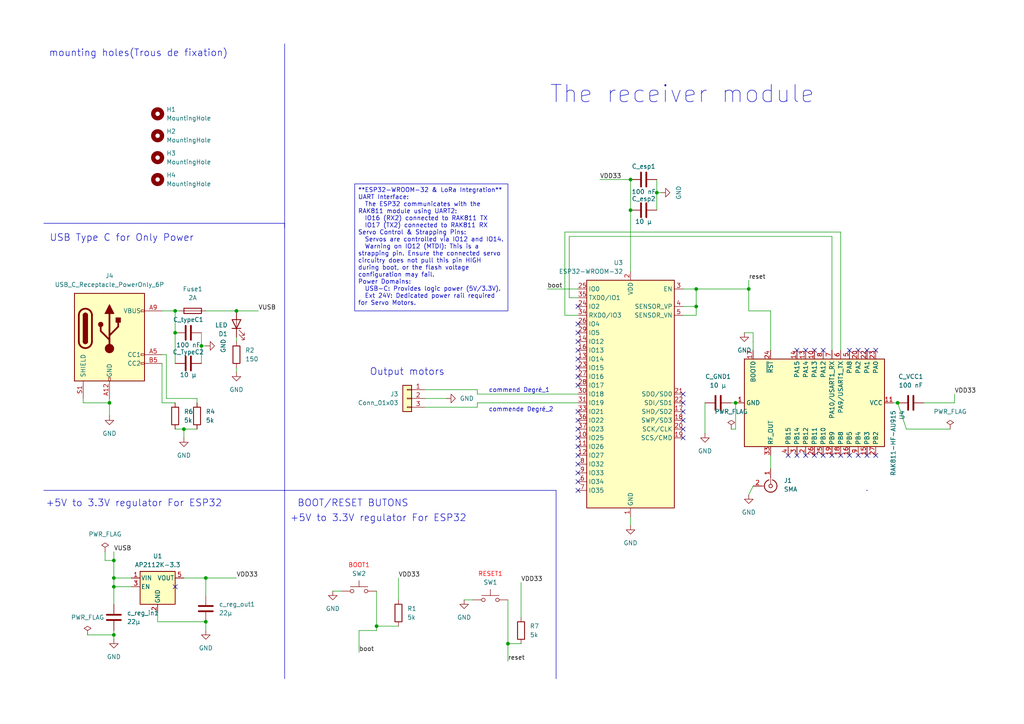
<source format=kicad_sch>
(kicad_sch (version 20250114) (generator "eeschema") (generator_version "9.0")
  (paper "A4")
  (lib_symbols
    (symbol "Connector:Conn_Coaxial" (pin_names (offset 1.016) (hide yes))
      (property "Reference" "J" (at 0.254 3.048 0))
      (property "Value" "Conn_Coaxial" (at 2.921 0 90))
      (symbol "Conn_Coaxial_0_1"
        (polyline (pts (xy -2.54 0) (xy -0.508 0)))
        (arc (start 1.778 0) (mid 0.222 -1.8079) (end -1.778 -0.508) (stroke (width 0.254)))
        (arc (start -1.778 0.508) (mid 0.2221 1.8084) (end 1.778 0) (stroke (width 0.254)))
        (circle (center 0 0) (radius 0.508) (stroke (width 0.2032)))
        (polyline (pts (xy 0 -2.54) (xy 0 -1.778)))
      )
      (symbol "Conn_Coaxial_1_1"
        (pin passive line (at -5.08 0 0) (length 2.54) (name "In") (number "1"))
        (pin passive line (at 0 -5.08 90) (length 2.54) (name "Ext") (number "2"))
      )
    )
    (symbol "Connector:USB_C_Receptacle_PowerOnly_6P" (pin_names (offset 1.016))
      (property "Reference" "J" (at 0 16.51 0))
      (property "Value" "USB_C_Receptacle_PowerOnly_6P" (at 0 13.97 0))
      (symbol "USB_C_Receptacle_PowerOnly_6P_0_0"
        (rectangle (start -0.254 -12.7) (end 0.254 -11.684))
        (rectangle (start 10.16 7.874) (end 9.144 7.366))
        (rectangle (start 10.16 -4.826) (end 9.144 -5.334))
        (rectangle (start 10.16 -7.366) (end 9.144 -7.874))
      )
      (symbol "USB_C_Receptacle_PowerOnly_6P_0_1"
        (rectangle (start -10.16 12.7) (end 10.16 -12.7) (stroke (width 0.254)) (fill (type background)))
        (polyline (pts (xy -8.89 -1.27) (xy -8.89 6.35)) (stroke (width 0.508)))
        (rectangle (start -7.62 -1.27) (end -6.35 6.35) (stroke (width 0.254)) (fill (type outline)))
        (arc (start -7.62 6.35) (mid -6.985 6.9823) (end -6.35 6.35) (stroke (width 0.254)))
        (arc (start -7.62 6.35) (mid -6.985 6.9823) (end -6.35 6.35) (stroke (width 0.254)) (fill (type outline)))
        (arc (start -8.89 6.35) (mid -6.985 8.2467) (end -5.08 6.35) (stroke (width 0.508)))
        (arc (start -5.08 -1.27) (mid -6.985 -3.1667) (end -8.89 -1.27) (stroke (width 0.508)))
        (arc (start -6.35 -1.27) (mid -6.985 -1.9023) (end -7.62 -1.27) (stroke (width 0.254)))
        (arc (start -6.35 -1.27) (mid -6.985 -1.9023) (end -7.62 -1.27) (stroke (width 0.254)) (fill (type outline)))
        (polyline (pts (xy -5.08 6.35) (xy -5.08 -1.27)) (stroke (width 0.508)))
        (circle (center -2.54 3.683) (radius 0.635) (stroke (width 0.254)) (fill (type outline)))
        (polyline (pts (xy -1.27 6.858) (xy 0 9.398) (xy 1.27 6.858) (xy -1.27 6.858)) (stroke (width 0.254)) (fill (type outline)))
        (polyline (pts (xy 0 0.508) (xy 2.54 3.048) (xy 2.54 4.318)) (stroke (width 0.508)))
        (polyline (pts (xy 0 -0.762) (xy -2.54 1.778) (xy -2.54 3.048)) (stroke (width 0.508)))
        (polyline (pts (xy 0 -3.302) (xy 0 6.858)) (stroke (width 0.508)))
        (circle (center 0 -3.302) (radius 1.27) (fill (type outline)))
        (rectangle (start 1.905 4.318) (end 3.175 5.588) (stroke (width 0.254)) (fill (type outline)))
      )
      (symbol "USB_C_Receptacle_PowerOnly_6P_1_1"
        (pin passive line (at -7.62 -17.78 90) (length 5.08) (name "SHIELD") (number "S1"))
        (pin passive line (at 0 -17.78 90) (length 5.08) (name "GND") (number "A12"))
        (pin passive line (at 0 -17.78 90) (length 5.08) (hide yes) (name "GND") (number "B12"))
        (pin passive line (at 15.24 7.62 180) (length 5.08) (name "VBUS") (number "A9"))
        (pin passive line (at 15.24 7.62 180) (length 5.08) (hide yes) (name "VBUS") (number "B9"))
        (pin bidirectional line (at 15.24 -5.08 180) (length 5.08) (name "CC1") (number "A5"))
        (pin bidirectional line (at 15.24 -7.62 180) (length 5.08) (name "CC2") (number "B5"))
      )
    )
    (symbol "Connector_Generic:Conn_01x03" (pin_names (offset 1.016) (hide yes))
      (property "Reference" "J" (at 0 5.08 0))
      (property "Value" "Conn_01x03" (at 0 -5.08 0))
      (symbol "Conn_01x03_1_1"
        (rectangle (start -1.27 3.81) (end 1.27 -3.81) (stroke (width 0.254)) (fill (type background)))
        (rectangle (start -1.27 2.667) (end 0 2.413) (stroke (width 0.1524)))
        (rectangle (start -1.27 0.127) (end 0 -0.127) (stroke (width 0.1524)))
        (rectangle (start -1.27 -2.413) (end 0 -2.667) (stroke (width 0.1524)))
        (pin passive line (at -5.08 2.54 0) (length 3.81) (name "Pin_1") (number "1"))
        (pin passive line (at -5.08 0 0) (length 3.81) (name "Pin_2") (number "2"))
        (pin passive line (at -5.08 -2.54 0) (length 3.81) (name "Pin_3") (number "3"))
      )
    )
    (symbol "Device:C" (pin_numbers (hide yes)) (pin_names (offset 0.254))
      (property "Reference" "C" (at 0.635 2.54 0))
      (property "Value" "C" (at 0.635 -2.54 0))
      (symbol "C_0_1"
        (polyline (pts (xy -2.032 0.762) (xy 2.032 0.762)) (stroke (width 0.508)))
        (polyline (pts (xy -2.032 -0.762) (xy 2.032 -0.762)) (stroke (width 0.508)))
      )
      (symbol "C_1_1"
        (pin passive line (at 0 3.81 270) (length 2.794) (name "~") (number "1"))
        (pin passive line (at 0 -3.81 90) (length 2.794) (name "~") (number "2"))
      )
    )
    (symbol "Device:Fuse" (pin_numbers (hide yes)) (pin_names (offset 0))
      (property "Reference" "F" (at 2.032 0 90))
      (property "Value" "Fuse" (at -1.905 0 90))
      (symbol "Fuse_0_1"
        (rectangle (start -0.762 -2.54) (end 0.762 2.54) (stroke (width 0.254)))
        (polyline (pts (xy 0 2.54) (xy 0 -2.54)))
      )
      (symbol "Fuse_1_1"
        (pin passive line (at 0 3.81 270) (length 1.27) (name "~") (number "1"))
        (pin passive line (at 0 -3.81 90) (length 1.27) (name "~") (number "2"))
      )
    )
    (symbol "Device:LED" (pin_numbers (hide yes)) (pin_names (offset 1.016) (hide yes))
      (property "Reference" "D" (at 0 2.54 0))
      (property "Value" "LED" (at 0 -2.54 0))
      (symbol "LED_0_1"
        (polyline (pts (xy -3.048 -0.762) (xy -4.572 -2.286) (xy -3.81 -2.286) (xy -4.572 -2.286) (xy -4.572 -1.524)))
        (polyline (pts (xy -1.778 -0.762) (xy -3.302 -2.286) (xy -2.54 -2.286) (xy -3.302 -2.286) (xy -3.302 -1.524)))
        (polyline (pts (xy -1.27 0) (xy 1.27 0)))
        (polyline (pts (xy -1.27 -1.27) (xy -1.27 1.27)) (stroke (width 0.254)))
        (polyline (pts (xy 1.27 -1.27) (xy 1.27 1.27) (xy -1.27 0) (xy 1.27 -1.27)) (stroke (width 0.254)))
      )
      (symbol "LED_1_1"
        (pin passive line (at -3.81 0 0) (length 2.54) (name "K") (number "1"))
        (pin passive line (at 3.81 0 180) (length 2.54) (name "A") (number "2"))
      )
    )
    (symbol "Device:R" (pin_numbers (hide yes)) (pin_names (offset 0))
      (property "Reference" "R" (at 2.032 0 90))
      (property "Value" "R" (at 0 0 90))
      (symbol "R_0_1"
        (rectangle (start -1.016 -2.54) (end 1.016 2.54) (stroke (width 0.254)))
      )
      (symbol "R_1_1"
        (pin passive line (at 0 3.81 270) (length 1.27) (name "~") (number "1"))
        (pin passive line (at 0 -3.81 90) (length 1.27) (name "~") (number "2"))
      )
    )
    (symbol "Mechanical:MountingHole" (pin_names (offset 1.016)) (in_bom no)
      (property "Reference" "H" (at 0 5.08 0))
      (property "Value" "MountingHole" (at 0 3.175 0))
      (symbol "MountingHole_0_1"
        (circle (center 0 0) (radius 1.27) (stroke (width 1.27)))
      )
    )
    (symbol "RF_Module:ESP32-WROOM-32"
      (property "Reference" "U" (at -12.7 34.29 0))
      (property "Value" "ESP32-WROOM-32" (at 1.27 34.29 0))
      (symbol "ESP32-WROOM-32_0_1"
        (rectangle (start -12.7 33.02) (end 12.7 -33.02) (stroke (width 0.254)) (fill (type background)))
      )
      (symbol "ESP32-WROOM-32_1_1"
        (pin input line (at -15.24 30.48 0) (length 2.54) (name "EN") (number "3"))
        (pin input line (at -15.24 25.4 0) (length 2.54) (name "SENSOR_VP") (number "4"))
        (pin input line (at -15.24 22.86 0) (length 2.54) (name "SENSOR_VN") (number "5"))
        (pin bidirectional line (at -15.24 0 0) (length 2.54) (name "SDO/SD0") (number "21"))
        (pin bidirectional line (at -15.24 -2.54 0) (length 2.54) (name "SDI/SD1") (number "22"))
        (pin bidirectional line (at -15.24 -5.08 0) (length 2.54) (name "SHD/SD2") (number "17"))
        (pin bidirectional line (at -15.24 -7.62 0) (length 2.54) (name "SWP/SD3") (number "18"))
        (pin bidirectional line (at -15.24 -10.16 0) (length 2.54) (name "SCK/CLK") (number "20"))
        (pin bidirectional line (at -15.24 -12.7 0) (length 2.54) (name "SCS/CMD") (number "19"))
        (pin no_connect line (at -12.7 -27.94 0) (length 2.54) (hide yes) (name "NC") (number "32"))
        (pin power_in line (at 0 35.56 270) (length 2.54) (name "VDD") (number "2"))
        (pin power_in line (at 0 -35.56 90) (length 2.54) (name "GND") (number "1"))
        (pin passive line (at 0 -35.56 90) (length 2.54) (hide yes) (name "GND") (number "15"))
        (pin passive line (at 0 -35.56 90) (length 2.54) (hide yes) (name "GND") (number "38"))
        (pin passive line (at 0 -35.56 90) (length 2.54) (hide yes) (name "GND") (number "39"))
        (pin bidirectional line (at 15.24 30.48 180) (length 2.54) (name "IO0") (number "25"))
        (pin bidirectional line (at 15.24 27.94 180) (length 2.54) (name "TXD0/IO1") (number "35"))
        (pin bidirectional line (at 15.24 25.4 180) (length 2.54) (name "IO2") (number "24"))
        (pin bidirectional line (at 15.24 22.86 180) (length 2.54) (name "RXD0/IO3") (number "34"))
        (pin bidirectional line (at 15.24 20.32 180) (length 2.54) (name "IO4") (number "26"))
        (pin bidirectional line (at 15.24 17.78 180) (length 2.54) (name "IO5") (number "29"))
        (pin bidirectional line (at 15.24 15.24 180) (length 2.54) (name "IO12") (number "14"))
        (pin bidirectional line (at 15.24 12.7 180) (length 2.54) (name "IO13") (number "16"))
        (pin bidirectional line (at 15.24 10.16 180) (length 2.54) (name "IO14") (number "13"))
        (pin bidirectional line (at 15.24 7.62 180) (length 2.54) (name "IO15") (number "23"))
        (pin bidirectional line (at 15.24 5.08 180) (length 2.54) (name "IO16") (number "27"))
        (pin bidirectional line (at 15.24 2.54 180) (length 2.54) (name "IO17") (number "28"))
        (pin bidirectional line (at 15.24 0 180) (length 2.54) (name "IO18") (number "30"))
        (pin bidirectional line (at 15.24 -2.54 180) (length 2.54) (name "IO19") (number "31"))
        (pin bidirectional line (at 15.24 -5.08 180) (length 2.54) (name "IO21") (number "33"))
        (pin bidirectional line (at 15.24 -7.62 180) (length 2.54) (name "IO22") (number "36"))
        (pin bidirectional line (at 15.24 -10.16 180) (length 2.54) (name "IO23") (number "37"))
        (pin bidirectional line (at 15.24 -12.7 180) (length 2.54) (name "IO25") (number "10"))
        (pin bidirectional line (at 15.24 -15.24 180) (length 2.54) (name "IO26") (number "11"))
        (pin bidirectional line (at 15.24 -17.78 180) (length 2.54) (name "IO27") (number "12"))
        (pin bidirectional line (at 15.24 -20.32 180) (length 2.54) (name "IO32") (number "8"))
        (pin bidirectional line (at 15.24 -22.86 180) (length 2.54) (name "IO33") (number "9"))
        (pin input line (at 15.24 -25.4 180) (length 2.54) (name "IO34") (number "6"))
        (pin input line (at 15.24 -27.94 180) (length 2.54) (name "IO35") (number "7"))
      )
    )
    (symbol "RF_Module:RAK811-HF-AU915"
      (property "Reference" "U" (at 0 31.75 0))
      (property "Value" "RAK811-HF-AU915" (at 0 27.94 0))
      (symbol "RAK811-HF-AU915_0_0"
        (pin bidirectional line (at -15.24 17.78 0) (length 2.54) (name "PA0") (number "23"))
        (pin bidirectional line (at -15.24 15.24 0) (length 2.54) (name "PA1") (number "22"))
        (pin bidirectional line (at -15.24 12.7 0) (length 2.54) (name "PA2") (number "20"))
        (pin bidirectional line (at -15.24 10.16 0) (length 2.54) (name "PA8") (number "5"))
        (pin bidirectional line (at -15.24 7.62 0) (length 2.54) (name "PA9/USART1_TX") (number "6"))
        (pin bidirectional line (at -15.24 5.08 0) (length 2.54) (name "PA10/USART1_RX") (number "7"))
        (pin bidirectional line (at -15.24 2.54 0) (length 2.54) (name "PA12") (number "8"))
        (pin bidirectional line (at -15.24 0 0) (length 2.54) (name "PA13") (number "10"))
        (pin bidirectional line (at -15.24 -2.54 0) (length 2.54) (name "PA14") (number "13"))
        (pin bidirectional line (at -15.24 -5.08 0) (length 2.54) (name "PA15") (number "14"))
        (pin input line (at -15.24 -12.7 0) (length 2.54) (name "~{RST}") (number "24"))
        (pin input line (at -15.24 -17.78 0) (length 2.54) (name "BOOT0") (number "17"))
        (pin power_in line (at 0 22.86 270) (length 2.54) (name "VCC") (number "11"))
        (pin power_in line (at 0 -22.86 90) (length 2.54) (name "GND") (number "1"))
        (pin passive line (at 0 -22.86 90) (length 2.54) (hide yes) (name "GND") (number "12"))
        (pin passive line (at 0 -22.86 90) (length 2.54) (hide yes) (name "GND") (number "21"))
        (pin passive line (at 0 -22.86 90) (length 2.54) (hide yes) (name "GND") (number "28"))
        (pin passive line (at 0 -22.86 90) (length 2.54) (hide yes) (name "GND") (number "29"))
        (pin passive line (at 0 -22.86 90) (length 2.54) (hide yes) (name "GND") (number "30"))
        (pin passive line (at 0 -22.86 90) (length 2.54) (hide yes) (name "GND") (number "31"))
        (pin passive line (at 0 -22.86 90) (length 2.54) (hide yes) (name "GND") (number "32"))
        (pin passive line (at 0 -22.86 90) (length 2.54) (hide yes) (name "GND") (number "34"))
        (pin bidirectional line (at 15.24 17.78 180) (length 2.54) (name "PB2") (number "27"))
        (pin bidirectional line (at 15.24 15.24 180) (length 2.54) (name "PB3") (number "15"))
        (pin bidirectional line (at 15.24 12.7 180) (length 2.54) (name "PB4") (number "9"))
        (pin bidirectional line (at 15.24 10.16 180) (length 2.54) (name "PB5") (number "16"))
        (pin bidirectional line (at 15.24 7.62 180) (length 2.54) (name "PB8") (number "18"))
        (pin bidirectional line (at 15.24 5.08 180) (length 2.54) (name "PB9") (number "19"))
        (pin bidirectional line (at 15.24 2.54 180) (length 2.54) (name "PB10") (number "25"))
        (pin bidirectional line (at 15.24 0 180) (length 2.54) (name "PB11") (number "26"))
        (pin bidirectional line (at 15.24 -2.54 180) (length 2.54) (name "PB12") (number "2"))
        (pin bidirectional line (at 15.24 -5.08 180) (length 2.54) (name "PB14") (number "3"))
        (pin bidirectional line (at 15.24 -7.62 180) (length 2.54) (name "PB15") (number "4"))
        (pin passive line (at 15.24 -12.7 180) (length 2.54) (name "RF_OUT") (number "33"))
      )
      (symbol "RAK811-HF-AU915_0_1"
        (rectangle (start 12.7 -20.32) (end -12.7 20.32) (stroke (width 0.254)) (fill (type background)))
      )
    )
    (symbol "Regulator_Linear:AP2112K-3.3" (pin_names (offset 0.254))
      (property "Reference" "U" (at -5.08 5.715 0))
      (property "Value" "AP2112K-3.3" (at 0 5.715 0))
      (symbol "AP2112K-3.3_0_1"
        (rectangle (start -5.08 4.445) (end 5.08 -5.08) (stroke (width 0.254)) (fill (type background)))
      )
      (symbol "AP2112K-3.3_1_1"
        (pin power_in line (at -7.62 2.54 0) (length 2.54) (name "VIN") (number "1"))
        (pin input line (at -7.62 0 0) (length 2.54) (name "EN") (number "3"))
        (pin power_in line (at 0 -7.62 90) (length 2.54) (name "GND") (number "2"))
        (pin no_connect line (at 5.08 0 180) (length 2.54) (hide yes) (name "NC") (number "4"))
        (pin power_out line (at 7.62 2.54 180) (length 2.54) (name "VOUT") (number "5"))
      )
    )
    (symbol "Switch:SW_Push" (pin_numbers (hide yes)) (pin_names (offset 1.016) (hide yes))
      (property "Reference" "SW" (at 1.27 2.54 0))
      (property "Value" "SW_Push" (at 0 -1.524 0))
      (symbol "SW_Push_0_1"
        (circle (center -2.032 0) (radius 0.508))
        (polyline (pts (xy 0 1.27) (xy 0 3.048)))
        (circle (center 2.032 0) (radius 0.508))
        (polyline (pts (xy 2.54 1.27) (xy -2.54 1.27)))
        (pin passive line (at -5.08 0 0) (length 2.54) (name "1") (number "1"))
        (pin passive line (at 5.08 0 180) (length 2.54) (name "2") (number "2"))
      )
    )
    (symbol "power:GND" (power) (pin_numbers (hide yes)) (pin_names (offset 0) (hide yes))
      (property "Value" "GND" (at 0 -3.81 0))
      (symbol "GND_0_1"
        (polyline (pts (xy 0 0) (xy 0 -1.27) (xy 1.27 -1.27) (xy 0 -2.54) (xy -1.27 -1.27) (xy 0 -1.27)))
      )
      (symbol "GND_1_1"
        (pin power_in line (at 0 0 270) (length 0) (name "~") (number "1"))
      )
    )
    (symbol "power:PWR_FLAG" (power) (pin_numbers (hide yes)) (pin_names (offset 0) (hide yes))
      (property "Value" "PWR_FLAG" (at 0 3.81 0))
      (symbol "PWR_FLAG_0_0"
        (pin power_out line (at 0 0 90) (length 0) (name "~") (number "1"))
      )
      (symbol "PWR_FLAG_0_1"
        (polyline (pts (xy 0 0) (xy 0 1.27) (xy -1.016 1.905) (xy 0 2.54) (xy 1.016 1.905) (xy 0 1.27)))
      )
    )
  )
  (circle (center 251.46 142.24) (radius 0.0001))
  (rectangle (start 218.44 99.06) (end 218.44 99.06))
  (text "+5V to 3.3V regulator For ESP32" (at 109.728 150.368 0) (effects (font (size 2 2))))
  (text "mounting holes(Trous de fixation)" (at 40.132 15.494 0) (effects (font (size 2 2))))
  (text "commend Degré_1" (at 150.622 113.284 0) (effects (font (size 1.27 1.27))))
  (text "commende Degré_2" (at 151.13 118.872 0) (effects (font (size 1.27 1.27))))
  (text "Output motors" (at 118.11 107.95 0) (effects (font (size 2 2))))
  (text "The receiver module" (at 197.866 27.432 0) (effects (font (size 5 5))))
  (text "USB Type C for Only Power" (at 35.306 69.088 0) (effects (font (size 2 2))))
  (text "BOOT/RESET BUTONS" (at 102.362 146.05 0) (effects (font (size 2 2))))
  (text "+5V to 3.3V regulator For ESP32" (at 38.862 146.05 0) (effects (font (size 2 2))))
  (text_box "**ESP32-WROOM-32 & LoRa Integration**\nUART Interface:\n  The ESP32 communicates with the RAK811 module using UART2:\n  IO16 (RX2) connected to RAK811 TX\n  IO17 (TX2) connected to RAK811 RX\nServo Control & Strapping Pins:\n  Servos are controlled via IO12 and IO14.\n  Warning on IO12 (MTDI): This is a strapping pin. Ensure the connected servo circuitry does not pull this pin HIGH during boot, or the flash voltage configuration may fail.\nPower Domains:\n  USB-C: Provides logic power (5V/3.3V).\n  Ext 24V: Dedicated power rail required for Servo Motors." (at 102.87 53.34 0) (size 44.45 36.83) (margins 0.9525 0.9525 0.9525 0.9525) (effects (font (size 1.27 1.27)) (justify left top)))
  (junction (at 68.58 90.17))
  (junction (at 147.32 186.69))
  (junction (at 109.22 181.61))
  (junction (at 190.5 55.88))
  (junction (at 50.8 90.17))
  (junction (at 59.69 167.64))
  (junction (at 33.02 167.64))
  (junction (at 53.34 124.46))
  (junction (at 201.93 83.82))
  (junction (at 201.93 88.9))
  (junction (at 182.88 52.07))
  (junction (at 58.42 100.33))
  (junction (at 217.17 83.82))
  (junction (at 33.02 162.56))
  (junction (at 33.02 184.15))
  (junction (at 182.88 60.96))
  (junction (at 31.75 116.84))
  (junction (at 50.8 96.52))
  (junction (at 213.36 116.84))
  (junction (at 33.02 170.18))
  (junction (at 59.69 180.34))
  (junction (at 260.35 116.84))
  (no_connect (at 167.64 137.16))
  (no_connect (at 236.22 132.08))
  (no_connect (at 167.64 132.08))
  (no_connect (at 167.64 104.14))
  (no_connect (at 167.64 119.38))
  (no_connect (at 228.6 132.08))
  (no_connect (at 231.14 101.6))
  (no_connect (at 254 132.08))
  (no_connect (at 251.46 132.08))
  (no_connect (at 167.64 109.22))
  (no_connect (at 167.64 134.62))
  (no_connect (at 243.84 132.08))
  (no_connect (at 50.8 170.18))
  (no_connect (at 233.68 101.6))
  (no_connect (at 254 101.6))
  (no_connect (at 167.64 111.76))
  (no_connect (at 251.46 101.6))
  (no_connect (at 198.12 124.46))
  (no_connect (at 248.92 101.6))
  (no_connect (at 167.64 124.46))
  (no_connect (at 238.76 132.08))
  (no_connect (at 236.22 101.6))
  (no_connect (at 198.12 127))
  (no_connect (at 238.76 101.6))
  (no_connect (at 167.64 93.98))
  (no_connect (at 167.64 142.24))
  (no_connect (at 248.92 132.08))
  (no_connect (at 246.38 101.6))
  (no_connect (at 167.64 127))
  (no_connect (at 167.64 129.54))
  (no_connect (at 167.64 106.68))
  (no_connect (at 246.38 132.08))
  (no_connect (at 233.68 132.08))
  (no_connect (at 167.64 88.9))
  (no_connect (at 167.64 101.6))
  (no_connect (at 167.64 96.52))
  (no_connect (at 231.14 132.08))
  (no_connect (at 198.12 116.84))
  (no_connect (at 198.12 119.38))
  (no_connect (at 167.64 121.92))
  (no_connect (at 167.64 139.7))
  (no_connect (at 198.12 121.92))
  (no_connect (at 241.3 132.08))
  (no_connect (at 167.64 99.06))
  (no_connect (at 198.12 114.3))
  (wire (pts (xy 262.89 124.46) (xy 260.35 116.84)))
  (wire (pts (xy 59.69 167.64) (xy 59.69 172.72)))
  (wire (pts (xy 276.86 114.3) (xy 276.86 116.84)))
  (wire (pts (xy 215.9 96.52) (xy 218.44 96.52)))
  (wire (pts (xy 46.99 105.41) (xy 46.99 116.84)))
  (wire (pts (xy 45.72 180.34) (xy 59.69 180.34)))
  (wire (pts (xy 147.32 173.99) (xy 147.32 186.69)))
  (wire (pts (xy 52.07 90.17) (xy 50.8 90.17)))
  (wire (pts (xy 33.02 182.88) (xy 33.02 184.15)))
  (wire (pts (xy 45.72 177.8) (xy 45.72 180.34)))
  (wire (pts (xy 46.99 102.87) (xy 48.26 102.87)))
  (wire (pts (xy 33.02 160.02) (xy 33.02 162.56)))
  (wire (pts (xy 138.43 113.03) (xy 138.43 114.3)))
  (wire (pts (xy 50.8 124.46) (xy 53.34 124.46)))
  (wire (pts (xy 48.26 115.57) (xy 57.15 115.57)))
  (wire (pts (xy 31.75 115.57) (xy 31.75 116.84)))
  (wire (pts (xy 30.48 162.56) (xy 33.02 162.56)))
  (polyline (pts (xy 82.55 64.77) (xy 12.7 64.77)))
  (wire (pts (xy 182.88 149.86) (xy 182.88 152.4)))
  (polyline (pts (xy 12.7 142.24) (xy 82.55 142.24)))
  (wire (pts (xy 24.13 115.57) (xy 24.13 116.84)))
  (wire (pts (xy 212.09 116.84) (xy 213.36 116.84)))
  (wire (pts (xy 109.22 171.45) (xy 109.22 181.61)))
  (wire (pts (xy 243.84 67.31) (xy 163.83 67.31)))
  (wire (pts (xy 138.43 118.11) (xy 123.19 118.11)))
  (wire (pts (xy 46.99 116.84) (xy 50.8 116.84)))
  (wire (pts (xy 165.1 68.58) (xy 241.3 68.58)))
  (wire (pts (xy 182.88 60.96) (xy 182.88 78.74)))
  (wire (pts (xy 243.84 67.31) (xy 243.84 101.6)))
  (wire (pts (xy 198.12 88.9) (xy 201.93 88.9)))
  (wire (pts (xy 138.43 114.3) (xy 167.64 114.3)))
  (wire (pts (xy 59.69 100.33) (xy 58.42 100.33)))
  (wire (pts (xy 115.57 167.64) (xy 115.57 173.99)))
  (wire (pts (xy 31.75 116.84) (xy 31.75 120.65)))
  (wire (pts (xy 190.5 52.07) (xy 190.5 55.88)))
  (wire (pts (xy 38.1 170.18) (xy 33.02 170.18)))
  (wire (pts (xy 223.52 132.08) (xy 223.52 135.89)))
  (wire (pts (xy 115.57 181.61) (xy 109.22 181.61)))
  (wire (pts (xy 213.36 124.46) (xy 213.36 116.84)))
  (wire (pts (xy 218.44 96.52) (xy 218.44 101.6)))
  (wire (pts (xy 58.42 100.33) (xy 58.42 105.41)))
  (wire (pts (xy 33.02 162.56) (xy 33.02 167.64)))
  (wire (pts (xy 163.83 91.44) (xy 167.64 91.44)))
  (wire (pts (xy 147.32 186.69) (xy 147.32 191.77)))
  (wire (pts (xy 165.1 86.36) (xy 167.64 86.36)))
  (wire (pts (xy 104.14 182.88) (xy 104.14 189.23)))
  (wire (pts (xy 217.17 90.17) (xy 217.17 83.82)))
  (wire (pts (xy 59.69 90.17) (xy 68.58 90.17)))
  (polyline (pts (xy 82.55 12.7) (xy 82.55 66.04)))
  (wire (pts (xy 48.26 102.87) (xy 48.26 115.57)))
  (wire (pts (xy 212.09 124.46) (xy 213.36 124.46)))
  (wire (pts (xy 241.3 101.6) (xy 241.3 68.58)))
  (wire (pts (xy 190.5 55.88) (xy 190.5 60.96)))
  (wire (pts (xy 198.12 83.82) (xy 201.93 83.82)))
  (wire (pts (xy 218.44 140.97) (xy 217.17 143.51)))
  (wire (pts (xy 129.54 115.57) (xy 123.19 115.57)))
  (wire (pts (xy 173.99 52.07) (xy 182.88 52.07)))
  (wire (pts (xy 260.35 116.84) (xy 259.08 116.84)))
  (wire (pts (xy 46.99 90.17) (xy 50.8 90.17)))
  (wire (pts (xy 68.58 99.06) (xy 68.58 97.79)))
  (wire (pts (xy 201.93 88.9) (xy 201.93 83.82)))
  (wire (pts (xy 68.58 167.64) (xy 59.69 167.64)))
  (wire (pts (xy 74.93 90.17) (xy 68.58 90.17)))
  (wire (pts (xy 53.34 124.46) (xy 57.15 124.46)))
  (polyline (pts (xy 82.55 64.77) (xy 82.55 142.24)))
  (wire (pts (xy 50.8 90.17) (xy 50.8 96.52)))
  (wire (pts (xy 123.19 113.03) (xy 138.43 113.03)))
  (wire (pts (xy 59.69 180.34) (xy 59.69 182.88)))
  (wire (pts (xy 138.43 116.84) (xy 138.43 118.11)))
  (wire (pts (xy 33.02 167.64) (xy 33.02 170.18)))
  (wire (pts (xy 109.22 182.88) (xy 104.14 182.88)))
  (wire (pts (xy 38.1 167.64) (xy 33.02 167.64)))
  (polyline (pts (xy 82.55 142.24) (xy 161.29 142.24)))
  (wire (pts (xy 198.12 91.44) (xy 201.93 91.44)))
  (wire (pts (xy 217.17 90.17) (xy 223.52 90.17)))
  (wire (pts (xy 217.17 83.82) (xy 217.17 81.28)))
  (wire (pts (xy 50.8 105.41) (xy 50.8 96.52)))
  (wire (pts (xy 30.48 160.02) (xy 30.48 162.56)))
  (wire (pts (xy 158.75 83.82) (xy 167.64 83.82)))
  (wire (pts (xy 204.47 125.73) (xy 204.47 116.84)))
  (wire (pts (xy 134.62 173.99) (xy 137.16 173.99)))
  (wire (pts (xy 223.52 90.17) (xy 223.52 101.6)))
  (wire (pts (xy 182.88 60.96) (xy 182.88 52.07)))
  (wire (pts (xy 217.17 83.82) (xy 201.93 83.82)))
  (wire (pts (xy 53.34 167.64) (xy 59.69 167.64)))
  (wire (pts (xy 25.4 184.15) (xy 33.02 184.15)))
  (wire (pts (xy 96.52 171.45) (xy 99.06 171.45)))
  (wire (pts (xy 109.22 181.61) (xy 109.22 182.88)))
  (wire (pts (xy 165.1 68.58) (xy 165.1 86.36)))
  (wire (pts (xy 68.58 107.95) (xy 68.58 106.68)))
  (wire (pts (xy 57.15 115.57) (xy 57.15 116.84)))
  (wire (pts (xy 151.13 186.69) (xy 147.32 186.69)))
  (wire (pts (xy 58.42 96.52) (xy 58.42 100.33)))
  (wire (pts (xy 151.13 168.91) (xy 151.13 179.07)))
  (wire (pts (xy 201.93 91.44) (xy 201.93 88.9)))
  (wire (pts (xy 24.13 116.84) (xy 31.75 116.84)))
  (wire (pts (xy 138.43 116.84) (xy 167.64 116.84)))
  (wire (pts (xy 191.77 55.88) (xy 190.5 55.88)))
  (wire (pts (xy 53.34 127) (xy 53.34 124.46)))
  (polyline (pts (xy 161.29 142.24) (xy 161.29 196.85)))
  (wire (pts (xy 275.59 124.46) (xy 262.89 124.46)))
  (wire (pts (xy 163.83 67.31) (xy 163.83 91.44)))
  (wire (pts (xy 33.02 184.15) (xy 33.02 185.42)))
  (wire (pts (xy 267.97 116.84) (xy 276.86 116.84)))
  (wire (pts (xy 33.02 170.18) (xy 33.02 175.26)))
  (polyline (pts (xy 82.55 142.24) (xy 82.55 196.85)))
  (label "boot" (at 158.75 83.82 0))
  (label "VUSB" (at 74.93 90.17 0))
  (label "VUSB" (at 33.02 160.02 0))
  (label "boot" (at 104.14 189.23 0))
  (label "VDD33" (at 151.13 168.91 0))
  (label "VDD33" (at 173.99 52.07 0))
  (label "reset" (at 147.32 191.77 0))
  (label "VDD33" (at 276.86 114.3 0))
  (label "VDD33" (at 68.58 167.64 0))
  (label "reset" (at 217.17 81.28 0))
  (label "VDD33" (at 115.57 167.64 0))
  (symbol (lib_id "power:GND") (at 129.54 115.57 90) (unit 1)
    (property "Reference" "#PWR01" (effects (hide yes)))
    (property "Value" "GND" (at 133.35 115.5699 90) (effects (justify right)))
    (property "Description" "Power symbol creates a global label with name \"GND\" , ground" (effects (hide yes)))
  )
  (symbol (lib_id "power:GND") (at 204.47 125.73 0) (unit 1)
    (property "Reference" "#PWR018" (effects (hide yes)))
    (property "Value" "GND" (at 204.47 130.81 0))
    (property "Description" "Power symbol creates a global label with name \"GND\" , ground" (effects (hide yes)))
  )
  (symbol (lib_id "Regulator_Linear:AP2112K-3.3") (at 45.72 170.18 0) (unit 1)
    (property "Reference" "U1" (at 45.72 161.29 0))
    (property "Value" "AP2112K-3.3" (at 45.72 163.83 0))
    (property "Footprint" "Package_TO_SOT_SMD:SOT-23-5" (effects (hide yes)))
    (property "Datasheet" "https://www.diodes.com/assets/Datasheets/AP2112.pdf" (effects (hide yes)))
    (property "Description" "600mA low dropout linear regulator, with enable pin, 3.8V-6V input voltage range, 3.3V fixed positive output, SOT-23-5" (effects (hide yes)))
  )
  (symbol (lib_id "power:PWR_FLAG") (at 25.4 184.15 0) (unit 1)
    (property "Reference" "#FLG03" (effects (hide yes)))
    (property "Value" "PWR_FLAG" (at 25.4 179.07 0))
    (property "Description" "Special symbol for telling ERC where power comes from" (effects (hide yes)))
  )
  (symbol (lib_id "Device:C") (at 54.61 96.52 270) (unit 1)
    (property "Reference" "C_typeC1" (at 54.61 92.71 90))
    (property "Value" "100 nF" (at 54.61 100.076 90))
    (property "Footprint" "Capacitor_SMD:C_01005_0402Metric" (effects (hide yes)))
    (property "Description" "Unpolarized capacitor" (effects (hide yes)))
  )
  (symbol (lib_id "Device:C") (at 264.16 116.84 270) (unit 1)
    (property "Reference" "C_VCC1" (at 264.16 109.22 90))
    (property "Value" "100 nF" (at 264.16 111.76 90))
    (property "Footprint" "Capacitor_SMD:C_01005_0402Metric" (effects (hide yes)))
    (property "Description" "Unpolarized capacitor" (effects (hide yes)))
  )
  (symbol (lib_id "power:PWR_FLAG") (at 212.09 124.46 0) (unit 1)
    (property "Reference" "#FLG05" (effects (hide yes)))
    (property "Value" "PWR_FLAG" (at 212.09 119.38 0))
    (property "Description" "Special symbol for telling ERC where power comes from" (effects (hide yes)))
  )
  (symbol (lib_id "Connector:USB_C_Receptacle_PowerOnly_6P") (at 31.75 97.79 0) (unit 1)
    (property "Reference" "J4" (at 31.75 80.01 0))
    (property "Value" "USB_C_Receptacle_PowerOnly_6P" (at 31.75 82.55 0))
    (property "Footprint" "Connector_USB:USB_C_Receptacle_GCT_USB4125-xx-x-0190_6P_TopMnt_Horizontal" (effects (hide yes)))
    (property "Datasheet" "https://www.usb.org/sites/default/files/documents/usb_type-c.zip" (effects (hide yes)))
    (property "Description" "USB Power-Only 6P Type-C Receptacle connector" (effects (hide yes)))
  )
  (symbol (lib_id "RF_Module:ESP32-WROOM-32") (at 182.88 114.3 0) (mirror y) (unit 1)
    (property "Reference" "U3" (at 180.7367 76.2 0) (effects (justify left)))
    (property "Value" "ESP32-WROOM-32" (at 180.7367 78.74 0) (effects (justify left)))
    (property "Footprint" "RF_Module:ESP32-WROOM-32" (effects (hide yes)))
    (property "Datasheet" "https://www.espressif.com/sites/default/files/documentation/esp32-wroom-32_datasheet_en.pdf" (effects (hide yes)))
    (property "Description" "RF Module, ESP32-D0WDQ6 SoC, Wi-Fi 802.11b/g/n, Bluetooth, BLE, 32-bit, 2.7-3.6V, onboard antenna, SMD" (effects (hide yes)))
  )
  (symbol (lib_id "power:GND") (at 33.02 185.42 0) (unit 1)
    (property "Reference" "#PWR02" (effects (hide yes)))
    (property "Value" "GND" (at 33.02 190.5 0))
    (property "Description" "Power symbol creates a global label with name \"GND\" , ground" (effects (hide yes)))
  )
  (symbol (lib_id "power:GND") (at 217.17 143.51 0) (unit 1)
    (property "Reference" "#PWR04" (effects (hide yes)))
    (property "Value" "GND" (at 217.17 148.59 0))
    (property "Description" "Power symbol creates a global label with name \"GND\" , ground" (effects (hide yes)))
  )
  (symbol (lib_id "power:GND") (at 182.88 152.4 0) (unit 1)
    (property "Reference" "#PWR03" (effects (hide yes)))
    (property "Value" "GND" (at 182.88 157.48 0))
    (property "Description" "Power symbol creates a global label with name \"GND\" , ground" (effects (hide yes)))
  )
  (symbol (lib_id "power:GND") (at 191.77 55.88 90) (mirror x) (unit 1)
    (property "Reference" "#PWR06" (effects (hide yes)))
    (property "Value" "GND" (at 196.85 55.88 0))
    (property "Description" "Power symbol creates a global label with name \"GND\" , ground" (effects (hide yes)))
  )
  (symbol (lib_id "RF_Module:RAK811-HF-AU915") (at 236.22 116.84 270) (unit 1)
    (property "Reference" "U4" (at 261.62 118.9833 0) (effects (justify left)))
    (property "Value" "RAK811-HF-AU915" (at 259.08 118.9833 0) (effects (justify left)))
    (property "Footprint" "RF_Module:RAK811" (effects (hide yes)))
    (property "Datasheet" "https://downloads.rakwireless.com/LoRa/RAK811/Hardware_Specification/RAK811_LoRa_Module_Datasheet_V1.4.pdf" (effects (hide yes)))
    (property "Description" "LoRa Module, STM32L151, AU915, RAKwireless" (effects (hide yes)))
  )
  (symbol (lib_id "Mechanical:MountingHole") (at 45.72 45.72 0) (unit 1) (in_bom no)
    (property "Reference" "H3" (at 48.26 44.4499 0) (effects (justify left)))
    (property "Value" "MountingHole" (at 48.26 46.9899 0) (effects (justify left)))
    (property "Footprint" "MountingHole:MountingHole_2.1mm" (effects (hide yes)))
    (property "Description" "Mounting Hole without connection" (effects (hide yes)))
  )
  (symbol (lib_id "Mechanical:MountingHole") (at 45.72 39.37 0) (unit 1) (in_bom no)
    (property "Reference" "H2" (at 48.26 38.0999 0) (effects (justify left)))
    (property "Value" "MountingHole" (at 48.26 40.6399 0) (effects (justify left)))
    (property "Footprint" "MountingHole:MountingHole_2.1mm" (effects (hide yes)))
    (property "Description" "Mounting Hole without connection" (effects (hide yes)))
  )
  (symbol (lib_id "power:PWR_FLAG") (at 30.48 160.02 0) (unit 1)
    (property "Reference" "#FLG01" (effects (hide yes)))
    (property "Value" "PWR_FLAG" (at 30.48 154.94 0))
    (property "Description" "Special symbol for telling ERC where power comes from" (effects (hide yes)))
  )
  (symbol (lib_id "Device:R") (at 115.57 177.8 0) (unit 1)
    (property "Reference" "R1" (at 118.11 176.5299 0) (effects (justify left)))
    (property "Value" "5k" (at 118.11 179.0699 0) (effects (justify left)))
    (property "Footprint" "Resistor_THT:R_Axial_DIN0207_L6.3mm_D2.5mm_P2.54mm_Vertical" (effects (hide yes)))
    (property "Description" "Resistor" (effects (hide yes)))
  )
  (symbol (lib_id "Connector_Generic:Conn_01x03") (at 118.11 115.57 0) (mirror y) (unit 1)
    (property "Reference" "J3" (at 115.57 114.2999 0) (effects (justify left)))
    (property "Value" "Conn_01x03" (at 115.57 116.8399 0) (effects (justify left)))
    (property "Footprint" "Connector_PinSocket_1.00mm:PinSocket_1x03_P1.00mm_Vertical" (effects (hide yes)))
    (property "Description" "Generic connector, single row, 01x03, script generated (kicad-library-utils/schlib/autogen/connector/)" (effects (hide yes)))
  )
  (symbol (lib_id "power:GND") (at 96.52 171.45 0) (unit 1)
    (property "Reference" "#PWR08" (effects (hide yes)))
    (property "Value" "GND" (at 96.52 176.53 0))
    (property "Description" "Power symbol creates a global label with name \"GND\" , ground" (effects (hide yes)))
  )
  (symbol (lib_id "Device:C") (at 54.61 105.41 270) (unit 1)
    (property "Reference" "C_TypeC2" (at 54.61 102.108 90))
    (property "Value" "10 µ" (at 54.61 108.712 90))
    (property "Footprint" "Capacitor_SMD:CP_Elec_6.3x5.3" (effects (hide yes)))
    (property "Description" "Unpolarized capacitor" (effects (hide yes)))
  )
  (symbol (lib_id "power:GND") (at 31.75 120.65 0) (unit 1)
    (property "Reference" "#PWR011" (effects (hide yes)))
    (property "Value" "GND" (at 31.75 125.73 0))
    (property "Description" "Power symbol creates a global label with name \"GND\" , ground" (effects (hide yes)))
  )
  (symbol (lib_id "power:GND") (at 53.34 127 0) (unit 1)
    (property "Reference" "#PWR015" (effects (hide yes)))
    (property "Value" "GND" (at 53.34 132.08 0))
    (property "Description" "Power symbol creates a global label with name \"GND\" , ground" (effects (hide yes)))
  )
  (symbol (lib_id "Device:C") (at 208.28 116.84 270) (unit 1)
    (property "Reference" "C_GND1" (at 208.28 109.22 90))
    (property "Value" "10 µ" (at 208.28 111.76 90))
    (property "Footprint" "Capacitor_SMD:CP_Elec_6.3x5.3" (effects (hide yes)))
    (property "Description" "Unpolarized capacitor" (effects (hide yes)))
  )
  (symbol (lib_id "Device:R") (at 151.13 182.88 0) (unit 1)
    (property "Reference" "R7" (at 153.67 181.6099 0) (effects (justify left)))
    (property "Value" "5k" (at 153.67 184.1499 0) (effects (justify left)))
    (property "Footprint" "Resistor_THT:R_Axial_DIN0207_L6.3mm_D2.5mm_P2.54mm_Vertical" (effects (hide yes)))
    (property "Description" "Resistor" (effects (hide yes)))
  )
  (symbol (lib_id "Device:R") (at 68.58 102.87 0) (unit 1)
    (property "Reference" "R2" (at 71.12 101.5999 0) (effects (justify left)))
    (property "Value" "150" (at 71.12 104.1399 0) (effects (justify left)))
    (property "Footprint" "Resistor_SMD:R_0201_0603Metric" (effects (hide yes)))
    (property "Description" "Resistor" (effects (hide yes)))
  )
  (symbol (lib_id "Device:R") (at 50.8 120.65 0) (unit 1)
    (property "Reference" "R6" (at 53.34 119.3799 0) (effects (justify left)))
    (property "Value" "5k" (at 53.34 121.9199 0) (effects (justify left)))
    (property "Footprint" "Resistor_THT:R_Axial_DIN0207_L6.3mm_D2.5mm_P2.54mm_Vertical" (effects (hide yes)))
    (property "Description" "Resistor" (effects (hide yes)))
  )
  (symbol (lib_id "power:GND") (at 215.9 96.52 0) (unit 1)
    (property "Reference" "#PWR07" (effects (hide yes)))
    (property "Value" "GND" (at 215.9 101.6 0))
    (property "Description" "Power symbol creates a global label with name \"GND\" , ground" (effects (hide yes)))
  )
  (symbol (lib_id "Mechanical:MountingHole") (at 45.72 52.07 0) (unit 1) (in_bom no)
    (property "Reference" "H4" (at 48.26 50.7999 0) (effects (justify left)))
    (property "Value" "MountingHole" (at 48.26 53.3399 0) (effects (justify left)))
    (property "Footprint" "MountingHole:MountingHole_2.1mm" (effects (hide yes)))
    (property "Description" "Mounting Hole without connection" (effects (hide yes)))
  )
  (symbol (lib_id "power:GND") (at 59.69 182.88 0) (unit 1)
    (property "Reference" "#PWR021" (effects (hide yes)))
    (property "Value" "GND" (at 59.69 187.96 0))
    (property "Description" "Power symbol creates a global label with name \"GND\" , ground" (effects (hide yes)))
  )
  (symbol (lib_id "power:GND") (at 59.69 100.33 90) (mirror x) (unit 1)
    (property "Reference" "#PWR013" (effects (hide yes)))
    (property "Value" "GND" (at 64.77 100.33 0))
    (property "Description" "Power symbol creates a global label with name \"GND\" , ground" (effects (hide yes)))
  )
  (symbol (lib_id "Device:R") (at 57.15 120.65 0) (unit 1)
    (property "Reference" "R4" (at 59.69 119.3799 0) (effects (justify left)))
    (property "Value" "5k" (at 59.69 121.9199 0) (effects (justify left)))
    (property "Footprint" "Resistor_THT:R_Axial_DIN0207_L6.3mm_D2.5mm_P2.54mm_Vertical" (effects (hide yes)))
    (property "Description" "Resistor" (effects (hide yes)))
  )
  (symbol (lib_id "Device:C") (at 59.69 176.53 0) (unit 1)
    (property "Reference" "c_reg_out1" (at 63.5 175.2599 0) (effects (justify left)))
    (property "Value" "22µ" (at 63.5 177.7999 0) (effects (justify left)))
    (property "Footprint" "Capacitor_SMD:CP_Elec_6.3x5.3" (effects (hide yes)))
    (property "Description" "Unpolarized capacitor" (effects (hide yes)))
  )
  (symbol (lib_id "Device:C") (at 33.02 179.07 0) (unit 1)
    (property "Reference" "c_reg_in1" (at 36.83 177.7999 0) (effects (justify left)))
    (property "Value" "22µ" (at 36.83 180.3399 0) (effects (justify left)))
    (property "Footprint" "Capacitor_SMD:CP_Elec_6.3x5.3" (effects (hide yes)))
    (property "Description" "Unpolarized capacitor" (effects (hide yes)))
  )
  (symbol (lib_id "Device:C") (at 186.69 52.07 270) (unit 1)
    (property "Reference" "C_esp1" (at 186.69 48.26 90))
    (property "Value" "100 nF" (at 186.69 55.626 90))
    (property "Footprint" "Capacitor_SMD:C_01005_0402Metric" (effects (hide yes)))
    (property "Description" "Unpolarized capacitor" (effects (hide yes)))
  )
  (symbol (lib_id "Device:LED") (at 68.58 93.98 90) (unit 1)
    (property "Reference" "D1" (at 66.04 96.8376 90) (effects (justify left)))
    (property "Value" "LED" (at 66.04 94.2976 90) (effects (justify left)))
    (property "Footprint" "LED_SMD:LED_0201_0603Metric" (effects (hide yes)))
    (property "Description" "Light emitting diode" (effects (hide yes)))
    (property "Sim.Pins" "1=K 2=A" (effects (hide yes)))
  )
  (symbol (lib_id "Connector:Conn_Coaxial") (at 223.52 140.97 270) (unit 1)
    (property "Reference" "J1" (at 227.33 139.3824 90) (effects (justify left)))
    (property "Value" "SMA" (at 227.33 141.9224 90) (effects (justify left)))
    (property "Footprint" "Connector_Coaxial:WR-MMCX_Wuerth_66012102111404_Vertical" (effects (hide yes)))
    (property "Description" "coaxial connector (BNC, SMA, SMB, SMC, Cinch/RCA, LEMO, ...)" (effects (hide yes)))
  )
  (symbol (lib_id "power:GND") (at 134.62 173.99 0) (unit 1)
    (property "Reference" "#PWR05" (effects (hide yes)))
    (property "Value" "GND" (at 134.62 179.07 0))
    (property "Description" "Power symbol creates a global label with name \"GND\" , ground" (effects (hide yes)))
  )
  (symbol (lib_id "power:GND") (at 68.58 107.95 0) (unit 1)
    (property "Reference" "#PWR012" (effects (hide yes)))
    (property "Value" "GND" (at 68.58 113.03 0))
    (property "Description" "Power symbol creates a global label with name \"GND\" , ground" (effects (hide yes)))
  )
  (symbol (lib_id "Switch:SW_Push") (at 104.14 171.45 0) (unit 1)
    (property "Reference" "BOOT1" (at 104.14 163.83 0))
    (property "Value" "SW2" (at 104.14 166.37 0))
    (property "Footprint" "Button_Switch_THT:SW_PUSH_1P1T_6x3.5mm_H5.0_APEM_MJTP1250" (effects (hide yes)))
    (property "Description" "Push button switch, generic, two pins" (effects (hide yes)))
  )
  (symbol (lib_id "Mechanical:MountingHole") (at 45.72 33.02 0) (unit 1) (in_bom no)
    (property "Reference" "H1" (at 48.26 31.7499 0) (effects (justify left)))
    (property "Value" "MountingHole" (at 48.26 34.2899 0) (effects (justify left)))
    (property "Footprint" "MountingHole:MountingHole_2.1mm" (effects (hide yes)))
    (property "Description" "Mounting Hole without connection" (effects (hide yes)))
  )
  (symbol (lib_id "Switch:SW_Push") (at 142.24 173.99 0) (unit 1)
    (property "Reference" "RESET1" (at 142.24 166.37 0))
    (property "Value" "SW1" (at 142.24 168.91 0))
    (property "Footprint" "Button_Switch_THT:SW_PUSH_1P1T_6x3.5mm_H5.0_APEM_MJTP1250" (effects (hide yes)))
    (property "Description" "Push button switch, generic, two pins" (effects (hide yes)))
  )
  (symbol (lib_id "Device:Fuse") (at 55.88 90.17 90) (unit 1)
    (property "Reference" "Fuse1" (at 55.88 83.82 90))
    (property "Value" "2A" (at 55.88 86.36 90))
    (property "Footprint" "Fuse:Fuse_Bourns_MF-RHT200" (effects (hide yes)))
    (property "Description" "Fuse" (effects (hide yes)))
  )
  (symbol (lib_id "power:PWR_FLAG") (at 275.59 124.46 0) (unit 1)
    (property "Reference" "#FLG02" (effects (hide yes)))
    (property "Value" "PWR_FLAG" (at 275.59 119.38 0))
    (property "Description" "Special symbol for telling ERC where power comes from" (effects (hide yes)))
  )
  (symbol (lib_id "Device:C") (at 186.69 60.96 270) (unit 1)
    (property "Reference" "C_esp2" (at 186.69 57.658 90))
    (property "Value" "10 µ" (at 186.69 64.262 90))
    (property "Footprint" "Capacitor_SMD:CP_Elec_6.3x5.3" (effects (hide yes)))
    (property "Description" "Unpolarized capacitor" (effects (hide yes)))
  )
)
</source>
